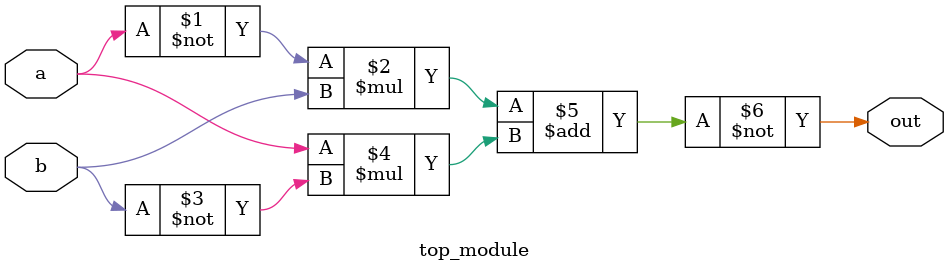
<source format=v>
module top_module( 
    input a, 
    input b, 
    output out );
    assign out= ~(~a*b + a*~b);
endmodule

</source>
